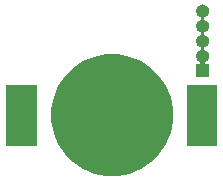
<source format=gbr>
G04 #@! TF.GenerationSoftware,KiCad,Pcbnew,(5.1.0)-1*
G04 #@! TF.CreationDate,2019-06-28T09:21:03+02:00*
G04 #@! TF.ProjectId,Drop,44726f70-2e6b-4696-9361-645f70636258,rev?*
G04 #@! TF.SameCoordinates,Original*
G04 #@! TF.FileFunction,Soldermask,Bot*
G04 #@! TF.FilePolarity,Negative*
%FSLAX46Y46*%
G04 Gerber Fmt 4.6, Leading zero omitted, Abs format (unit mm)*
G04 Created by KiCad (PCBNEW (5.1.0)-1) date 2019-06-28 09:21:03*
%MOMM*%
%LPD*%
G04 APERTURE LIST*
%ADD10C,0.100000*%
G04 APERTURE END LIST*
D10*
G36*
X140252490Y-59796950D02*
G01*
X140801620Y-60024407D01*
X141189913Y-60185243D01*
X142033571Y-60748957D01*
X142751043Y-61466429D01*
X143314757Y-62310087D01*
X143314757Y-62310088D01*
X143703050Y-63247510D01*
X143901000Y-64242669D01*
X143901000Y-65257331D01*
X143703050Y-66252490D01*
X143475593Y-66801620D01*
X143314757Y-67189913D01*
X142751043Y-68033571D01*
X142033571Y-68751043D01*
X141189913Y-69314757D01*
X140801620Y-69475593D01*
X140252490Y-69703050D01*
X139257331Y-69901000D01*
X138242669Y-69901000D01*
X137247510Y-69703050D01*
X136698380Y-69475593D01*
X136310087Y-69314757D01*
X135466429Y-68751043D01*
X134748957Y-68033571D01*
X134185243Y-67189913D01*
X134024407Y-66801620D01*
X133796950Y-66252490D01*
X133599000Y-65257331D01*
X133599000Y-64242669D01*
X133796950Y-63247510D01*
X134185243Y-62310088D01*
X134185243Y-62310087D01*
X134748957Y-61466429D01*
X135466429Y-60748957D01*
X136310087Y-60185243D01*
X136698380Y-60024407D01*
X137247510Y-59796950D01*
X138242669Y-59599000D01*
X139257331Y-59599000D01*
X140252490Y-59796950D01*
X140252490Y-59796950D01*
G37*
G36*
X147651000Y-67351000D02*
G01*
X145049000Y-67351000D01*
X145049000Y-62149000D01*
X147651000Y-62149000D01*
X147651000Y-67351000D01*
X147651000Y-67351000D01*
G37*
G36*
X132351000Y-67351000D02*
G01*
X129749000Y-67351000D01*
X129749000Y-62149000D01*
X132351000Y-62149000D01*
X132351000Y-67351000D01*
X132351000Y-67351000D01*
G37*
G36*
X146508015Y-55376973D02*
G01*
X146611879Y-55408479D01*
X146639055Y-55423005D01*
X146707600Y-55459643D01*
X146791501Y-55528499D01*
X146860357Y-55612400D01*
X146896995Y-55680945D01*
X146911521Y-55708121D01*
X146943027Y-55811985D01*
X146953666Y-55920000D01*
X146943027Y-56028015D01*
X146911521Y-56131879D01*
X146911519Y-56131882D01*
X146860357Y-56227600D01*
X146791501Y-56311501D01*
X146707600Y-56380357D01*
X146639055Y-56416995D01*
X146611879Y-56431521D01*
X146599131Y-56435388D01*
X146576504Y-56444760D01*
X146556130Y-56458374D01*
X146538803Y-56475701D01*
X146525189Y-56496075D01*
X146515812Y-56518714D01*
X146511031Y-56542747D01*
X146511031Y-56567251D01*
X146515811Y-56591285D01*
X146525188Y-56613924D01*
X146538802Y-56634298D01*
X146556129Y-56651625D01*
X146576503Y-56665239D01*
X146599131Y-56674612D01*
X146611879Y-56678479D01*
X146639055Y-56693005D01*
X146707600Y-56729643D01*
X146791501Y-56798499D01*
X146860357Y-56882400D01*
X146896995Y-56950945D01*
X146911521Y-56978121D01*
X146943027Y-57081985D01*
X146953666Y-57190000D01*
X146943027Y-57298015D01*
X146911521Y-57401879D01*
X146911519Y-57401882D01*
X146860357Y-57497600D01*
X146791501Y-57581501D01*
X146707600Y-57650357D01*
X146639055Y-57686995D01*
X146611879Y-57701521D01*
X146599131Y-57705388D01*
X146576504Y-57714760D01*
X146556130Y-57728374D01*
X146538803Y-57745701D01*
X146525189Y-57766075D01*
X146515812Y-57788714D01*
X146511031Y-57812747D01*
X146511031Y-57837251D01*
X146515811Y-57861285D01*
X146525188Y-57883924D01*
X146538802Y-57904298D01*
X146556129Y-57921625D01*
X146576503Y-57935239D01*
X146599131Y-57944612D01*
X146611879Y-57948479D01*
X146639055Y-57963005D01*
X146707600Y-57999643D01*
X146791501Y-58068499D01*
X146860357Y-58152400D01*
X146896995Y-58220945D01*
X146911521Y-58248121D01*
X146943027Y-58351985D01*
X146953666Y-58460000D01*
X146943027Y-58568015D01*
X146911521Y-58671879D01*
X146911519Y-58671882D01*
X146860357Y-58767600D01*
X146791501Y-58851501D01*
X146707600Y-58920357D01*
X146639055Y-58956995D01*
X146611879Y-58971521D01*
X146599131Y-58975388D01*
X146576504Y-58984760D01*
X146556130Y-58998374D01*
X146538803Y-59015701D01*
X146525189Y-59036075D01*
X146515812Y-59058714D01*
X146511031Y-59082747D01*
X146511031Y-59107251D01*
X146515811Y-59131285D01*
X146525188Y-59153924D01*
X146538802Y-59174298D01*
X146556129Y-59191625D01*
X146576503Y-59205239D01*
X146599131Y-59214612D01*
X146611879Y-59218479D01*
X146639055Y-59233005D01*
X146707600Y-59269643D01*
X146791501Y-59338499D01*
X146860357Y-59422400D01*
X146896995Y-59490945D01*
X146911521Y-59518121D01*
X146943027Y-59621985D01*
X146953666Y-59730000D01*
X146943027Y-59838015D01*
X146911521Y-59941879D01*
X146911519Y-59941882D01*
X146860357Y-60037600D01*
X146791501Y-60121501D01*
X146707600Y-60190356D01*
X146663807Y-60213764D01*
X146643437Y-60227375D01*
X146626110Y-60244702D01*
X146612496Y-60265076D01*
X146603119Y-60287715D01*
X146598338Y-60311748D01*
X146598338Y-60336252D01*
X146603118Y-60360286D01*
X146612495Y-60382924D01*
X146626109Y-60403299D01*
X146643436Y-60420626D01*
X146663810Y-60434240D01*
X146686449Y-60443617D01*
X146710482Y-60448398D01*
X146722735Y-60449000D01*
X146951000Y-60449000D01*
X146951000Y-61551000D01*
X145849000Y-61551000D01*
X145849000Y-60449000D01*
X146077265Y-60449000D01*
X146101651Y-60446598D01*
X146125100Y-60439485D01*
X146146711Y-60427934D01*
X146165653Y-60412389D01*
X146181198Y-60393447D01*
X146192749Y-60371836D01*
X146199862Y-60348387D01*
X146202264Y-60324001D01*
X146199862Y-60299615D01*
X146192749Y-60276166D01*
X146181198Y-60254555D01*
X146165653Y-60235613D01*
X146146711Y-60220068D01*
X146136198Y-60213767D01*
X146092400Y-60190356D01*
X146008499Y-60121501D01*
X145939643Y-60037600D01*
X145888481Y-59941882D01*
X145888479Y-59941879D01*
X145856973Y-59838015D01*
X145846334Y-59730000D01*
X145856973Y-59621985D01*
X145888479Y-59518121D01*
X145903005Y-59490945D01*
X145939643Y-59422400D01*
X146008499Y-59338499D01*
X146092400Y-59269643D01*
X146160945Y-59233005D01*
X146188121Y-59218479D01*
X146200869Y-59214612D01*
X146223496Y-59205240D01*
X146243870Y-59191626D01*
X146261197Y-59174299D01*
X146274811Y-59153925D01*
X146284188Y-59131286D01*
X146288969Y-59107253D01*
X146288969Y-59082749D01*
X146284189Y-59058715D01*
X146274812Y-59036076D01*
X146261198Y-59015702D01*
X146243871Y-58998375D01*
X146223497Y-58984761D01*
X146200869Y-58975388D01*
X146188121Y-58971521D01*
X146160945Y-58956995D01*
X146092400Y-58920357D01*
X146008499Y-58851501D01*
X145939643Y-58767600D01*
X145888481Y-58671882D01*
X145888479Y-58671879D01*
X145856973Y-58568015D01*
X145846334Y-58460000D01*
X145856973Y-58351985D01*
X145888479Y-58248121D01*
X145903005Y-58220945D01*
X145939643Y-58152400D01*
X146008499Y-58068499D01*
X146092400Y-57999643D01*
X146160945Y-57963005D01*
X146188121Y-57948479D01*
X146200869Y-57944612D01*
X146223496Y-57935240D01*
X146243870Y-57921626D01*
X146261197Y-57904299D01*
X146274811Y-57883925D01*
X146284188Y-57861286D01*
X146288969Y-57837253D01*
X146288969Y-57812749D01*
X146284189Y-57788715D01*
X146274812Y-57766076D01*
X146261198Y-57745702D01*
X146243871Y-57728375D01*
X146223497Y-57714761D01*
X146200869Y-57705388D01*
X146188121Y-57701521D01*
X146160945Y-57686995D01*
X146092400Y-57650357D01*
X146008499Y-57581501D01*
X145939643Y-57497600D01*
X145888481Y-57401882D01*
X145888479Y-57401879D01*
X145856973Y-57298015D01*
X145846334Y-57190000D01*
X145856973Y-57081985D01*
X145888479Y-56978121D01*
X145903005Y-56950945D01*
X145939643Y-56882400D01*
X146008499Y-56798499D01*
X146092400Y-56729643D01*
X146160945Y-56693005D01*
X146188121Y-56678479D01*
X146200869Y-56674612D01*
X146223496Y-56665240D01*
X146243870Y-56651626D01*
X146261197Y-56634299D01*
X146274811Y-56613925D01*
X146284188Y-56591286D01*
X146288969Y-56567253D01*
X146288969Y-56542749D01*
X146284189Y-56518715D01*
X146274812Y-56496076D01*
X146261198Y-56475702D01*
X146243871Y-56458375D01*
X146223497Y-56444761D01*
X146200869Y-56435388D01*
X146188121Y-56431521D01*
X146160945Y-56416995D01*
X146092400Y-56380357D01*
X146008499Y-56311501D01*
X145939643Y-56227600D01*
X145888481Y-56131882D01*
X145888479Y-56131879D01*
X145856973Y-56028015D01*
X145846334Y-55920000D01*
X145856973Y-55811985D01*
X145888479Y-55708121D01*
X145903005Y-55680945D01*
X145939643Y-55612400D01*
X146008499Y-55528499D01*
X146092400Y-55459643D01*
X146160945Y-55423005D01*
X146188121Y-55408479D01*
X146291985Y-55376973D01*
X146372933Y-55369000D01*
X146427067Y-55369000D01*
X146508015Y-55376973D01*
X146508015Y-55376973D01*
G37*
M02*

</source>
